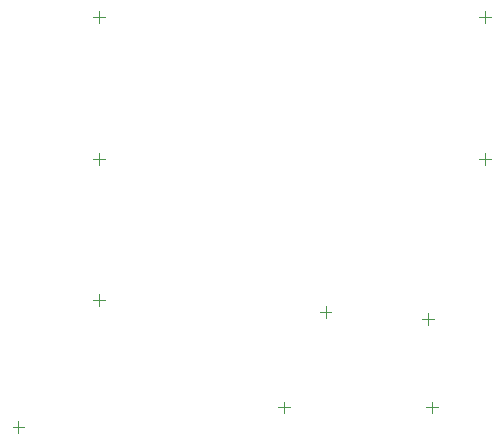
<source format=gbr>
G04*
G04 #@! TF.GenerationSoftware,Altium Limited,Altium Designer,23.8.1 (32)*
G04*
G04 Layer_Color=32896*
%FSLAX44Y44*%
%MOMM*%
G71*
G04*
G04 #@! TF.SameCoordinates,4E8033DB-9698-49A7-8747-1B8CF0FAEC2F*
G04*
G04*
G04 #@! TF.FilePolarity,Positive*
G04*
G01*
G75*
%ADD11C,0.1000*%
D11*
X324998Y177187D02*
X334998D01*
X329998Y172187D02*
Y182187D01*
X324998Y177187D02*
X334998D01*
X329998Y172187D02*
Y182187D01*
X65000Y80000D02*
X75000D01*
X70000Y75000D02*
Y85000D01*
X415000Y96500D02*
X425000D01*
X420000Y91500D02*
Y101500D01*
X415000Y96500D02*
X425000D01*
X420000Y91500D02*
Y101500D01*
X290000Y96500D02*
X300000D01*
X295000Y91500D02*
Y101500D01*
X290000Y96500D02*
X300000D01*
X295000Y91500D02*
Y101500D01*
X465000Y302120D02*
Y312120D01*
X460000Y307120D02*
X470000D01*
X465000Y302120D02*
Y312120D01*
X460000Y307120D02*
X470000D01*
X133100Y427120D02*
X143100D01*
X138100Y422120D02*
Y432120D01*
X133100Y427120D02*
X143100D01*
X138100Y422120D02*
Y432120D01*
Y302120D02*
Y312120D01*
X133100Y307120D02*
X143100D01*
X138100Y302120D02*
Y312120D01*
X133100Y307120D02*
X143100D01*
X417000Y166180D02*
Y176180D01*
X412000Y171180D02*
X422000D01*
X417000Y166180D02*
Y176180D01*
X412000Y171180D02*
X422000D01*
X138100Y182120D02*
Y192120D01*
X133100Y187120D02*
X143100D01*
X138100Y182120D02*
Y192120D01*
X133100Y187120D02*
X143100D01*
X465000Y422120D02*
Y432120D01*
X460000Y427120D02*
X470000D01*
X465000Y422120D02*
Y432120D01*
X460000Y427120D02*
X470000D01*
M02*

</source>
